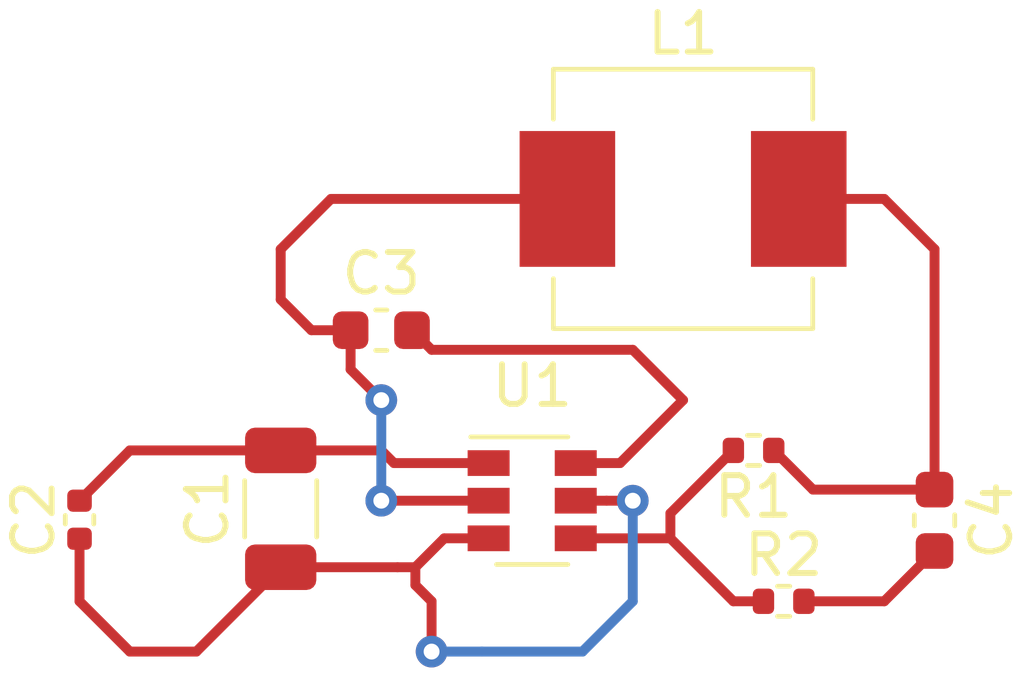
<source format=kicad_pcb>
(kicad_pcb (version 20171130) (host pcbnew "(5.1.7)-1")

  (general
    (thickness 1.6)
    (drawings 0)
    (tracks 52)
    (zones 0)
    (modules 8)
    (nets 7)
  )

  (page A4)
  (layers
    (0 F.Cu signal)
    (31 B.Cu signal)
    (32 B.Adhes user)
    (33 F.Adhes user)
    (34 B.Paste user)
    (35 F.Paste user)
    (36 B.SilkS user)
    (37 F.SilkS user)
    (38 B.Mask user)
    (39 F.Mask user)
    (40 Dwgs.User user)
    (41 Cmts.User user)
    (42 Eco1.User user)
    (43 Eco2.User user)
    (44 Edge.Cuts user)
    (45 Margin user)
    (46 B.CrtYd user)
    (47 F.CrtYd user)
    (48 B.Fab user)
    (49 F.Fab user)
  )

  (setup
    (last_trace_width 0.25)
    (user_trace_width 5)
    (trace_clearance 0.2)
    (zone_clearance 0.508)
    (zone_45_only no)
    (trace_min 0.2)
    (via_size 0.8)
    (via_drill 0.4)
    (via_min_size 0.4)
    (via_min_drill 0.3)
    (uvia_size 0.3)
    (uvia_drill 0.1)
    (uvias_allowed no)
    (uvia_min_size 0.2)
    (uvia_min_drill 0.1)
    (edge_width 0.05)
    (segment_width 0.2)
    (pcb_text_width 0.3)
    (pcb_text_size 1.5 1.5)
    (mod_edge_width 0.12)
    (mod_text_size 1 1)
    (mod_text_width 0.15)
    (pad_size 1.524 1.524)
    (pad_drill 0.762)
    (pad_to_mask_clearance 0)
    (aux_axis_origin 0 0)
    (visible_elements FFFFFF7F)
    (pcbplotparams
      (layerselection 0x010fc_ffffffff)
      (usegerberextensions false)
      (usegerberattributes true)
      (usegerberadvancedattributes true)
      (creategerberjobfile true)
      (excludeedgelayer true)
      (linewidth 0.100000)
      (plotframeref false)
      (viasonmask false)
      (mode 1)
      (useauxorigin false)
      (hpglpennumber 1)
      (hpglpenspeed 20)
      (hpglpendiameter 15.000000)
      (psnegative false)
      (psa4output false)
      (plotreference true)
      (plotvalue true)
      (plotinvisibletext false)
      (padsonsilk false)
      (subtractmaskfromsilk false)
      (outputformat 1)
      (mirror false)
      (drillshape 1)
      (scaleselection 1)
      (outputdirectory ""))
  )

  (net 0 "")
  (net 1 "Net-(C1-Pad2)")
  (net 2 "Net-(C1-Pad1)")
  (net 3 "Net-(C3-Pad2)")
  (net 4 "Net-(C3-Pad1)")
  (net 5 "Net-(C4-Pad1)")
  (net 6 "Net-(R1-Pad2)")

  (net_class Default "This is the default net class."
    (clearance 0.2)
    (trace_width 0.25)
    (via_dia 0.8)
    (via_drill 0.4)
    (uvia_dia 0.3)
    (uvia_drill 0.1)
    (add_net "Net-(C1-Pad1)")
    (add_net "Net-(C1-Pad2)")
    (add_net "Net-(C3-Pad1)")
    (add_net "Net-(C3-Pad2)")
    (add_net "Net-(C4-Pad1)")
    (add_net "Net-(R1-Pad2)")
  )

  (module Capacitor_SMD:C_0402_1005Metric (layer F.Cu) (tedit 5F68FEEE) (tstamp 60176E03)
    (at 82.55 81.76 90)
    (descr "Capacitor SMD 0402 (1005 Metric), square (rectangular) end terminal, IPC_7351 nominal, (Body size source: IPC-SM-782 page 76, https://www.pcb-3d.com/wordpress/wp-content/uploads/ipc-sm-782a_amendment_1_and_2.pdf), generated with kicad-footprint-generator")
    (tags capacitor)
    (path /6017C0F7)
    (attr smd)
    (fp_text reference C2 (at 0 -1.16 90) (layer F.SilkS)
      (effects (font (size 1 1) (thickness 0.15)))
    )
    (fp_text value 100nF (at 0 1.16 90) (layer F.Fab)
      (effects (font (size 1 1) (thickness 0.15)))
    )
    (fp_text user %R (at 0 0 90) (layer F.Fab)
      (effects (font (size 0.25 0.25) (thickness 0.04)))
    )
    (fp_line (start -0.5 0.25) (end -0.5 -0.25) (layer F.Fab) (width 0.1))
    (fp_line (start -0.5 -0.25) (end 0.5 -0.25) (layer F.Fab) (width 0.1))
    (fp_line (start 0.5 -0.25) (end 0.5 0.25) (layer F.Fab) (width 0.1))
    (fp_line (start 0.5 0.25) (end -0.5 0.25) (layer F.Fab) (width 0.1))
    (fp_line (start -0.107836 -0.36) (end 0.107836 -0.36) (layer F.SilkS) (width 0.12))
    (fp_line (start -0.107836 0.36) (end 0.107836 0.36) (layer F.SilkS) (width 0.12))
    (fp_line (start -0.91 0.46) (end -0.91 -0.46) (layer F.CrtYd) (width 0.05))
    (fp_line (start -0.91 -0.46) (end 0.91 -0.46) (layer F.CrtYd) (width 0.05))
    (fp_line (start 0.91 -0.46) (end 0.91 0.46) (layer F.CrtYd) (width 0.05))
    (fp_line (start 0.91 0.46) (end -0.91 0.46) (layer F.CrtYd) (width 0.05))
    (pad 2 smd roundrect (at 0.48 0 90) (size 0.56 0.62) (layers F.Cu F.Paste F.Mask) (roundrect_rratio 0.25)
      (net 1 "Net-(C1-Pad2)"))
    (pad 1 smd roundrect (at -0.48 0 90) (size 0.56 0.62) (layers F.Cu F.Paste F.Mask) (roundrect_rratio 0.25)
      (net 2 "Net-(C1-Pad1)"))
    (model ${KISYS3DMOD}/Capacitor_SMD.3dshapes/C_0402_1005Metric.wrl
      (at (xyz 0 0 0))
      (scale (xyz 1 1 1))
      (rotate (xyz 0 0 0))
    )
  )

  (module Package_TO_SOT_SMD:SOT-23-6 (layer F.Cu) (tedit 5A02FF57) (tstamp 60176E72)
    (at 93.98 81.28)
    (descr "6-pin SOT-23 package")
    (tags SOT-23-6)
    (path /60178957)
    (attr smd)
    (fp_text reference U1 (at 0 -2.9) (layer F.SilkS)
      (effects (font (size 1 1) (thickness 0.15)))
    )
    (fp_text value TPS565208 (at 0 2.9) (layer F.Fab)
      (effects (font (size 1 1) (thickness 0.15)))
    )
    (fp_text user %R (at 0 0 90) (layer F.Fab)
      (effects (font (size 0.5 0.5) (thickness 0.075)))
    )
    (fp_line (start -0.9 1.61) (end 0.9 1.61) (layer F.SilkS) (width 0.12))
    (fp_line (start 0.9 -1.61) (end -1.55 -1.61) (layer F.SilkS) (width 0.12))
    (fp_line (start 1.9 -1.8) (end -1.9 -1.8) (layer F.CrtYd) (width 0.05))
    (fp_line (start 1.9 1.8) (end 1.9 -1.8) (layer F.CrtYd) (width 0.05))
    (fp_line (start -1.9 1.8) (end 1.9 1.8) (layer F.CrtYd) (width 0.05))
    (fp_line (start -1.9 -1.8) (end -1.9 1.8) (layer F.CrtYd) (width 0.05))
    (fp_line (start -0.9 -0.9) (end -0.25 -1.55) (layer F.Fab) (width 0.1))
    (fp_line (start 0.9 -1.55) (end -0.25 -1.55) (layer F.Fab) (width 0.1))
    (fp_line (start -0.9 -0.9) (end -0.9 1.55) (layer F.Fab) (width 0.1))
    (fp_line (start 0.9 1.55) (end -0.9 1.55) (layer F.Fab) (width 0.1))
    (fp_line (start 0.9 -1.55) (end 0.9 1.55) (layer F.Fab) (width 0.1))
    (pad 5 smd rect (at 1.1 0) (size 1.06 0.65) (layers F.Cu F.Paste F.Mask)
      (net 2 "Net-(C1-Pad1)"))
    (pad 6 smd rect (at 1.1 -0.95) (size 1.06 0.65) (layers F.Cu F.Paste F.Mask)
      (net 3 "Net-(C3-Pad2)"))
    (pad 4 smd rect (at 1.1 0.95) (size 1.06 0.65) (layers F.Cu F.Paste F.Mask)
      (net 6 "Net-(R1-Pad2)"))
    (pad 3 smd rect (at -1.1 0.95) (size 1.06 0.65) (layers F.Cu F.Paste F.Mask)
      (net 2 "Net-(C1-Pad1)"))
    (pad 2 smd rect (at -1.1 0) (size 1.06 0.65) (layers F.Cu F.Paste F.Mask)
      (net 4 "Net-(C3-Pad1)"))
    (pad 1 smd rect (at -1.1 -0.95) (size 1.06 0.65) (layers F.Cu F.Paste F.Mask)
      (net 1 "Net-(C1-Pad2)"))
    (model ${KISYS3DMOD}/Package_TO_SOT_SMD.3dshapes/SOT-23-6.wrl
      (at (xyz 0 0 0))
      (scale (xyz 1 1 1))
      (rotate (xyz 0 0 0))
    )
  )

  (module Resistor_SMD:R_0402_1005Metric (layer F.Cu) (tedit 5F68FEEE) (tstamp 60176E5C)
    (at 100.33 83.82)
    (descr "Resistor SMD 0402 (1005 Metric), square (rectangular) end terminal, IPC_7351 nominal, (Body size source: IPC-SM-782 page 72, https://www.pcb-3d.com/wordpress/wp-content/uploads/ipc-sm-782a_amendment_1_and_2.pdf), generated with kicad-footprint-generator")
    (tags resistor)
    (path /6017AE87)
    (attr smd)
    (fp_text reference R2 (at 0 -1.17) (layer F.SilkS)
      (effects (font (size 1 1) (thickness 0.15)))
    )
    (fp_text value 10k (at 0 1.17) (layer F.Fab)
      (effects (font (size 1 1) (thickness 0.15)))
    )
    (fp_text user %R (at 0 0) (layer F.Fab)
      (effects (font (size 0.26 0.26) (thickness 0.04)))
    )
    (fp_line (start -0.525 0.27) (end -0.525 -0.27) (layer F.Fab) (width 0.1))
    (fp_line (start -0.525 -0.27) (end 0.525 -0.27) (layer F.Fab) (width 0.1))
    (fp_line (start 0.525 -0.27) (end 0.525 0.27) (layer F.Fab) (width 0.1))
    (fp_line (start 0.525 0.27) (end -0.525 0.27) (layer F.Fab) (width 0.1))
    (fp_line (start -0.153641 -0.38) (end 0.153641 -0.38) (layer F.SilkS) (width 0.12))
    (fp_line (start -0.153641 0.38) (end 0.153641 0.38) (layer F.SilkS) (width 0.12))
    (fp_line (start -0.93 0.47) (end -0.93 -0.47) (layer F.CrtYd) (width 0.05))
    (fp_line (start -0.93 -0.47) (end 0.93 -0.47) (layer F.CrtYd) (width 0.05))
    (fp_line (start 0.93 -0.47) (end 0.93 0.47) (layer F.CrtYd) (width 0.05))
    (fp_line (start 0.93 0.47) (end -0.93 0.47) (layer F.CrtYd) (width 0.05))
    (pad 2 smd roundrect (at 0.51 0) (size 0.54 0.64) (layers F.Cu F.Paste F.Mask) (roundrect_rratio 0.25)
      (net 1 "Net-(C1-Pad2)"))
    (pad 1 smd roundrect (at -0.51 0) (size 0.54 0.64) (layers F.Cu F.Paste F.Mask) (roundrect_rratio 0.25)
      (net 6 "Net-(R1-Pad2)"))
    (model ${KISYS3DMOD}/Resistor_SMD.3dshapes/R_0402_1005Metric.wrl
      (at (xyz 0 0 0))
      (scale (xyz 1 1 1))
      (rotate (xyz 0 0 0))
    )
  )

  (module Resistor_SMD:R_0402_1005Metric (layer F.Cu) (tedit 5F68FEEE) (tstamp 60176E4B)
    (at 99.57 80.01 180)
    (descr "Resistor SMD 0402 (1005 Metric), square (rectangular) end terminal, IPC_7351 nominal, (Body size source: IPC-SM-782 page 72, https://www.pcb-3d.com/wordpress/wp-content/uploads/ipc-sm-782a_amendment_1_and_2.pdf), generated with kicad-footprint-generator")
    (tags resistor)
    (path /6017A1D3)
    (attr smd)
    (fp_text reference R1 (at 0 -1.17) (layer F.SilkS)
      (effects (font (size 1 1) (thickness 0.15)))
    )
    (fp_text value 54.9k (at 0 1.17) (layer F.Fab)
      (effects (font (size 1 1) (thickness 0.15)))
    )
    (fp_text user %R (at 0 0) (layer F.Fab)
      (effects (font (size 0.26 0.26) (thickness 0.04)))
    )
    (fp_line (start -0.525 0.27) (end -0.525 -0.27) (layer F.Fab) (width 0.1))
    (fp_line (start -0.525 -0.27) (end 0.525 -0.27) (layer F.Fab) (width 0.1))
    (fp_line (start 0.525 -0.27) (end 0.525 0.27) (layer F.Fab) (width 0.1))
    (fp_line (start 0.525 0.27) (end -0.525 0.27) (layer F.Fab) (width 0.1))
    (fp_line (start -0.153641 -0.38) (end 0.153641 -0.38) (layer F.SilkS) (width 0.12))
    (fp_line (start -0.153641 0.38) (end 0.153641 0.38) (layer F.SilkS) (width 0.12))
    (fp_line (start -0.93 0.47) (end -0.93 -0.47) (layer F.CrtYd) (width 0.05))
    (fp_line (start -0.93 -0.47) (end 0.93 -0.47) (layer F.CrtYd) (width 0.05))
    (fp_line (start 0.93 -0.47) (end 0.93 0.47) (layer F.CrtYd) (width 0.05))
    (fp_line (start 0.93 0.47) (end -0.93 0.47) (layer F.CrtYd) (width 0.05))
    (pad 2 smd roundrect (at 0.51 0 180) (size 0.54 0.64) (layers F.Cu F.Paste F.Mask) (roundrect_rratio 0.25)
      (net 6 "Net-(R1-Pad2)"))
    (pad 1 smd roundrect (at -0.51 0 180) (size 0.54 0.64) (layers F.Cu F.Paste F.Mask) (roundrect_rratio 0.25)
      (net 5 "Net-(C4-Pad1)"))
    (model ${KISYS3DMOD}/Resistor_SMD.3dshapes/R_0402_1005Metric.wrl
      (at (xyz 0 0 0))
      (scale (xyz 1 1 1))
      (rotate (xyz 0 0 0))
    )
  )

  (module Inductor_SMD:L_Vishay_IHLP-2525 (layer F.Cu) (tedit 5990349D) (tstamp 60176E3A)
    (at 97.79 73.66)
    (descr "Inductor, Vishay, IHLP series, 6.3mmx6.3mm")
    (tags "inductor vishay ihlp smd")
    (path /601794FB)
    (attr smd)
    (fp_text reference L1 (at 0 -4.175) (layer F.SilkS)
      (effects (font (size 1 1) (thickness 0.15)))
    )
    (fp_text value 3.3uH (at 0 4.675) (layer F.Fab)
      (effects (font (size 1 1) (thickness 0.15)))
    )
    (fp_text user %R (at 0 0) (layer F.Fab)
      (effects (font (size 1 1) (thickness 0.15)))
    )
    (fp_line (start -3.175 -3.175) (end -3.175 3.175) (layer F.Fab) (width 0.1))
    (fp_line (start -3.175 3.175) (end 3.175 3.175) (layer F.Fab) (width 0.1))
    (fp_line (start 3.175 3.175) (end 3.175 -3.175) (layer F.Fab) (width 0.1))
    (fp_line (start 3.175 -3.175) (end -3.175 -3.175) (layer F.Fab) (width 0.1))
    (fp_line (start -3.275 -2.0145) (end -3.275 -3.275) (layer F.SilkS) (width 0.12))
    (fp_line (start -3.275 -3.275) (end 3.275 -3.275) (layer F.SilkS) (width 0.12))
    (fp_line (start 3.275 -3.275) (end 3.275 -2.0145) (layer F.SilkS) (width 0.12))
    (fp_line (start -3.275 2.0145) (end -3.275 3.275) (layer F.SilkS) (width 0.12))
    (fp_line (start -3.275 3.275) (end 3.275 3.275) (layer F.SilkS) (width 0.12))
    (fp_line (start 3.275 3.275) (end 3.275 2.0145) (layer F.SilkS) (width 0.12))
    (fp_line (start -4.4 -3.45) (end -4.4 3.45) (layer F.CrtYd) (width 0.05))
    (fp_line (start -4.4 3.45) (end 4.4 3.45) (layer F.CrtYd) (width 0.05))
    (fp_line (start 4.4 3.45) (end 4.4 -3.45) (layer F.CrtYd) (width 0.05))
    (fp_line (start 4.4 -3.45) (end -4.4 -3.45) (layer F.CrtYd) (width 0.05))
    (pad 2 smd rect (at 2.921 0) (size 2.413 3.429) (layers F.Cu F.Paste F.Mask)
      (net 5 "Net-(C4-Pad1)"))
    (pad 1 smd rect (at -2.921 0) (size 2.413 3.429) (layers F.Cu F.Paste F.Mask)
      (net 4 "Net-(C3-Pad1)"))
    (model ${KISYS3DMOD}/Inductor_SMD.3dshapes/L_Vishay_IHLP-2525.wrl
      (at (xyz 0 0 0))
      (scale (xyz 1 1 1))
      (rotate (xyz 0 0 0))
    )
  )

  (module Capacitor_SMD:C_0603_1608Metric (layer F.Cu) (tedit 5F68FEEE) (tstamp 601774D4)
    (at 104.14 81.775 270)
    (descr "Capacitor SMD 0603 (1608 Metric), square (rectangular) end terminal, IPC_7351 nominal, (Body size source: IPC-SM-782 page 76, https://www.pcb-3d.com/wordpress/wp-content/uploads/ipc-sm-782a_amendment_1_and_2.pdf), generated with kicad-footprint-generator")
    (tags capacitor)
    (path /60187D3C)
    (attr smd)
    (fp_text reference C4 (at 0 -1.43 90) (layer F.SilkS)
      (effects (font (size 1 1) (thickness 0.15)))
    )
    (fp_text value 22uF (at 0 1.43 90) (layer F.Fab)
      (effects (font (size 1 1) (thickness 0.15)))
    )
    (fp_text user %R (at 0 0 90) (layer F.Fab)
      (effects (font (size 0.4 0.4) (thickness 0.06)))
    )
    (fp_line (start -0.8 0.4) (end -0.8 -0.4) (layer F.Fab) (width 0.1))
    (fp_line (start -0.8 -0.4) (end 0.8 -0.4) (layer F.Fab) (width 0.1))
    (fp_line (start 0.8 -0.4) (end 0.8 0.4) (layer F.Fab) (width 0.1))
    (fp_line (start 0.8 0.4) (end -0.8 0.4) (layer F.Fab) (width 0.1))
    (fp_line (start -0.14058 -0.51) (end 0.14058 -0.51) (layer F.SilkS) (width 0.12))
    (fp_line (start -0.14058 0.51) (end 0.14058 0.51) (layer F.SilkS) (width 0.12))
    (fp_line (start -1.48 0.73) (end -1.48 -0.73) (layer F.CrtYd) (width 0.05))
    (fp_line (start -1.48 -0.73) (end 1.48 -0.73) (layer F.CrtYd) (width 0.05))
    (fp_line (start 1.48 -0.73) (end 1.48 0.73) (layer F.CrtYd) (width 0.05))
    (fp_line (start 1.48 0.73) (end -1.48 0.73) (layer F.CrtYd) (width 0.05))
    (pad 2 smd roundrect (at 0.775 0 270) (size 0.9 0.95) (layers F.Cu F.Paste F.Mask) (roundrect_rratio 0.25)
      (net 1 "Net-(C1-Pad2)"))
    (pad 1 smd roundrect (at -0.775 0 270) (size 0.9 0.95) (layers F.Cu F.Paste F.Mask) (roundrect_rratio 0.25)
      (net 5 "Net-(C4-Pad1)"))
    (model ${KISYS3DMOD}/Capacitor_SMD.3dshapes/C_0603_1608Metric.wrl
      (at (xyz 0 0 0))
      (scale (xyz 1 1 1))
      (rotate (xyz 0 0 0))
    )
  )

  (module Capacitor_SMD:C_0603_1608Metric (layer F.Cu) (tedit 5F68FEEE) (tstamp 60177124)
    (at 90.17 76.975)
    (descr "Capacitor SMD 0603 (1608 Metric), square (rectangular) end terminal, IPC_7351 nominal, (Body size source: IPC-SM-782 page 76, https://www.pcb-3d.com/wordpress/wp-content/uploads/ipc-sm-782a_amendment_1_and_2.pdf), generated with kicad-footprint-generator")
    (tags capacitor)
    (path /6017D61A)
    (attr smd)
    (fp_text reference C3 (at 0 -1.43) (layer F.SilkS)
      (effects (font (size 1 1) (thickness 0.15)))
    )
    (fp_text value 100nF (at 0 1.43) (layer F.Fab)
      (effects (font (size 1 1) (thickness 0.15)))
    )
    (fp_text user %R (at 0 0) (layer F.Fab)
      (effects (font (size 0.4 0.4) (thickness 0.06)))
    )
    (fp_line (start -0.8 0.4) (end -0.8 -0.4) (layer F.Fab) (width 0.1))
    (fp_line (start -0.8 -0.4) (end 0.8 -0.4) (layer F.Fab) (width 0.1))
    (fp_line (start 0.8 -0.4) (end 0.8 0.4) (layer F.Fab) (width 0.1))
    (fp_line (start 0.8 0.4) (end -0.8 0.4) (layer F.Fab) (width 0.1))
    (fp_line (start -0.14058 -0.51) (end 0.14058 -0.51) (layer F.SilkS) (width 0.12))
    (fp_line (start -0.14058 0.51) (end 0.14058 0.51) (layer F.SilkS) (width 0.12))
    (fp_line (start -1.48 0.73) (end -1.48 -0.73) (layer F.CrtYd) (width 0.05))
    (fp_line (start -1.48 -0.73) (end 1.48 -0.73) (layer F.CrtYd) (width 0.05))
    (fp_line (start 1.48 -0.73) (end 1.48 0.73) (layer F.CrtYd) (width 0.05))
    (fp_line (start 1.48 0.73) (end -1.48 0.73) (layer F.CrtYd) (width 0.05))
    (pad 2 smd roundrect (at 0.775 0) (size 0.9 0.95) (layers F.Cu F.Paste F.Mask) (roundrect_rratio 0.25)
      (net 3 "Net-(C3-Pad2)"))
    (pad 1 smd roundrect (at -0.775 0) (size 0.9 0.95) (layers F.Cu F.Paste F.Mask) (roundrect_rratio 0.25)
      (net 4 "Net-(C3-Pad1)"))
    (model ${KISYS3DMOD}/Capacitor_SMD.3dshapes/C_0603_1608Metric.wrl
      (at (xyz 0 0 0))
      (scale (xyz 1 1 1))
      (rotate (xyz 0 0 0))
    )
  )

  (module Capacitor_SMD:C_1206_3216Metric (layer F.Cu) (tedit 5F68FEEE) (tstamp 60176DF2)
    (at 87.63 81.485 90)
    (descr "Capacitor SMD 1206 (3216 Metric), square (rectangular) end terminal, IPC_7351 nominal, (Body size source: IPC-SM-782 page 76, https://www.pcb-3d.com/wordpress/wp-content/uploads/ipc-sm-782a_amendment_1_and_2.pdf), generated with kicad-footprint-generator")
    (tags capacitor)
    (path /6017780C)
    (attr smd)
    (fp_text reference C1 (at 0 -1.85 90) (layer F.SilkS)
      (effects (font (size 1 1) (thickness 0.15)))
    )
    (fp_text value 10uF (at 0 1.85 90) (layer F.Fab)
      (effects (font (size 1 1) (thickness 0.15)))
    )
    (fp_text user %R (at 0 0 90) (layer F.Fab)
      (effects (font (size 0.8 0.8) (thickness 0.12)))
    )
    (fp_line (start -1.6 0.8) (end -1.6 -0.8) (layer F.Fab) (width 0.1))
    (fp_line (start -1.6 -0.8) (end 1.6 -0.8) (layer F.Fab) (width 0.1))
    (fp_line (start 1.6 -0.8) (end 1.6 0.8) (layer F.Fab) (width 0.1))
    (fp_line (start 1.6 0.8) (end -1.6 0.8) (layer F.Fab) (width 0.1))
    (fp_line (start -0.711252 -0.91) (end 0.711252 -0.91) (layer F.SilkS) (width 0.12))
    (fp_line (start -0.711252 0.91) (end 0.711252 0.91) (layer F.SilkS) (width 0.12))
    (fp_line (start -2.3 1.15) (end -2.3 -1.15) (layer F.CrtYd) (width 0.05))
    (fp_line (start -2.3 -1.15) (end 2.3 -1.15) (layer F.CrtYd) (width 0.05))
    (fp_line (start 2.3 -1.15) (end 2.3 1.15) (layer F.CrtYd) (width 0.05))
    (fp_line (start 2.3 1.15) (end -2.3 1.15) (layer F.CrtYd) (width 0.05))
    (pad 2 smd roundrect (at 1.475 0 90) (size 1.15 1.8) (layers F.Cu F.Paste F.Mask) (roundrect_rratio 0.217391)
      (net 1 "Net-(C1-Pad2)"))
    (pad 1 smd roundrect (at -1.475 0 90) (size 1.15 1.8) (layers F.Cu F.Paste F.Mask) (roundrect_rratio 0.217391)
      (net 2 "Net-(C1-Pad1)"))
    (model ${KISYS3DMOD}/Capacitor_SMD.3dshapes/C_1206_3216Metric.wrl
      (at (xyz 0 0 0))
      (scale (xyz 1 1 1))
      (rotate (xyz 0 0 0))
    )
  )

  (segment (start 92.88 80.33) (end 90.49 80.33) (width 0.25) (layer F.Cu) (net 1))
  (segment (start 90.17 80.01) (end 87.63 80.01) (width 0.25) (layer F.Cu) (net 1))
  (segment (start 90.49 80.33) (end 90.17 80.01) (width 0.25) (layer F.Cu) (net 1))
  (segment (start 87.63 80.01) (end 83.82 80.01) (width 0.25) (layer F.Cu) (net 1))
  (segment (start 83.82 80.01) (end 82.55 81.28) (width 0.25) (layer F.Cu) (net 1))
  (segment (start 102.87 83.82) (end 104.14 82.55) (width 0.25) (layer F.Cu) (net 1))
  (segment (start 100.84 83.82) (end 102.87 83.82) (width 0.25) (layer F.Cu) (net 1))
  (segment (start 82.55 82.24) (end 82.55 83.82) (width 0.25) (layer F.Cu) (net 2))
  (segment (start 82.55 83.82) (end 83.82 85.09) (width 0.25) (layer F.Cu) (net 2))
  (segment (start 85.5 85.09) (end 87.63 82.96) (width 0.25) (layer F.Cu) (net 2))
  (segment (start 83.82 85.09) (end 85.5 85.09) (width 0.25) (layer F.Cu) (net 2))
  (segment (start 91.76 82.23) (end 92.88 82.23) (width 0.25) (layer F.Cu) (net 2))
  (segment (start 91.03 82.96) (end 91.76 82.23) (width 0.25) (layer F.Cu) (net 2))
  (segment (start 90.58 82.96) (end 91.03 82.96) (width 0.25) (layer F.Cu) (net 2))
  (segment (start 87.63 82.96) (end 90.58 82.96) (width 0.25) (layer F.Cu) (net 2))
  (segment (start 95.25 85.09) (end 92.71 85.09) (width 0.25) (layer B.Cu) (net 2))
  (segment (start 92.71 85.09) (end 91.44 85.09) (width 0.25) (layer B.Cu) (net 2))
  (segment (start 95.86 81.28) (end 96.52 81.28) (width 0.25) (layer F.Cu) (net 2))
  (segment (start 96.52 83.82) (end 95.25 85.09) (width 0.25) (layer B.Cu) (net 2))
  (segment (start 96.52 81.28) (end 96.52 83.82) (width 0.25) (layer B.Cu) (net 2))
  (segment (start 95.08 81.28) (end 95.86 81.28) (width 0.25) (layer F.Cu) (net 2))
  (via (at 91.44 85.09) (size 0.8) (drill 0.4) (layers F.Cu B.Cu) (net 2))
  (via (at 96.52 81.28) (size 0.8) (drill 0.4) (layers F.Cu B.Cu) (net 2))
  (segment (start 91.03 82.96) (end 91.03 83.41) (width 0.25) (layer F.Cu) (net 2))
  (segment (start 91.44 83.82) (end 91.44 85.09) (width 0.25) (layer F.Cu) (net 2))
  (segment (start 91.03 83.41) (end 91.44 83.82) (width 0.25) (layer F.Cu) (net 2))
  (segment (start 91.44 77.47) (end 90.945 76.975) (width 0.25) (layer F.Cu) (net 3))
  (segment (start 97.79 78.74) (end 96.52 77.47) (width 0.25) (layer F.Cu) (net 3))
  (segment (start 96.2 80.33) (end 97.79 78.74) (width 0.25) (layer F.Cu) (net 3))
  (segment (start 96.52 77.47) (end 91.44 77.47) (width 0.25) (layer F.Cu) (net 3))
  (segment (start 95.08 80.33) (end 96.2 80.33) (width 0.25) (layer F.Cu) (net 3))
  (segment (start 89.395 76.975) (end 89.395 77.965) (width 0.25) (layer F.Cu) (net 4))
  (via (at 90.17 78.74) (size 0.8) (drill 0.4) (layers F.Cu B.Cu) (net 4))
  (segment (start 89.395 77.965) (end 90.17 78.74) (width 0.25) (layer F.Cu) (net 4))
  (segment (start 90.17 78.74) (end 90.17 81.28) (width 0.25) (layer B.Cu) (net 4))
  (via (at 90.17 81.28) (size 0.8) (drill 0.4) (layers F.Cu B.Cu) (net 4))
  (segment (start 92.88 81.28) (end 90.17 81.28) (width 0.25) (layer F.Cu) (net 4))
  (segment (start 89.395 76.975) (end 88.405 76.975) (width 0.25) (layer F.Cu) (net 4))
  (segment (start 88.405 76.975) (end 87.63 76.2) (width 0.25) (layer F.Cu) (net 4))
  (segment (start 87.63 76.2) (end 87.63 74.93) (width 0.25) (layer F.Cu) (net 4))
  (segment (start 87.63 74.93) (end 88.9 73.66) (width 0.25) (layer F.Cu) (net 4))
  (segment (start 88.9 73.66) (end 94.869 73.66) (width 0.25) (layer F.Cu) (net 4))
  (segment (start 101.07 81) (end 100.08 80.01) (width 0.25) (layer F.Cu) (net 5))
  (segment (start 104.14 81) (end 101.07 81) (width 0.25) (layer F.Cu) (net 5))
  (segment (start 104.14 81) (end 104.14 74.93) (width 0.25) (layer F.Cu) (net 5))
  (segment (start 104.14 74.93) (end 102.87 73.66) (width 0.25) (layer F.Cu) (net 5))
  (segment (start 102.87 73.66) (end 100.711 73.66) (width 0.25) (layer F.Cu) (net 5))
  (segment (start 95.08 82.23) (end 97.47 82.23) (width 0.25) (layer F.Cu) (net 6))
  (segment (start 97.47 82.23) (end 99.06 83.82) (width 0.25) (layer F.Cu) (net 6))
  (segment (start 99.06 83.82) (end 99.82 83.82) (width 0.25) (layer F.Cu) (net 6))
  (segment (start 97.47 81.6) (end 99.06 80.01) (width 0.25) (layer F.Cu) (net 6))
  (segment (start 97.47 82.23) (end 97.47 81.6) (width 0.25) (layer F.Cu) (net 6))

)

</source>
